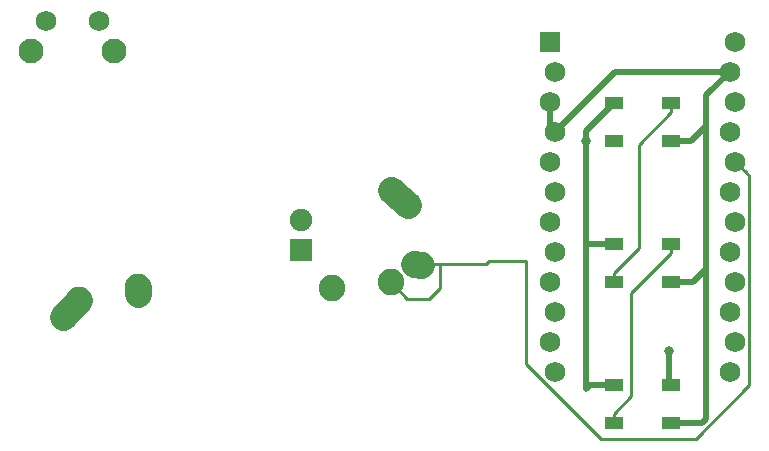
<source format=gbr>
G04 #@! TF.GenerationSoftware,KiCad,Pcbnew,(5.1.4)-1*
G04 #@! TF.CreationDate,2019-12-08T17:57:44-07:00*
G04 #@! TF.ProjectId,BAEmacropad,4241456d-6163-4726-9f70-61642e6b6963,rev?*
G04 #@! TF.SameCoordinates,Original*
G04 #@! TF.FileFunction,Copper,L1,Top*
G04 #@! TF.FilePolarity,Positive*
%FSLAX46Y46*%
G04 Gerber Fmt 4.6, Leading zero omitted, Abs format (unit mm)*
G04 Created by KiCad (PCBNEW (5.1.4)-1) date 2019-12-08 17:57:44*
%MOMM*%
%LPD*%
G04 APERTURE LIST*
%ADD10C,2.100000*%
%ADD11C,1.750000*%
%ADD12C,2.250000*%
%ADD13C,1.905000*%
%ADD14R,1.905000X1.905000*%
%ADD15C,2.250000*%
%ADD16C,1.752600*%
%ADD17R,1.752600X1.752600*%
%ADD18R,1.500000X1.000000*%
%ADD19C,0.800000*%
%ADD20C,0.500000*%
%ADD21C,0.250000*%
G04 APERTURE END LIST*
D10*
X55225000Y-74880000D03*
D11*
X53975000Y-72390000D03*
X49475000Y-72390000D03*
D10*
X48215000Y-74880000D03*
D12*
X73700000Y-94987500D03*
X78700000Y-94487500D03*
D13*
X71120000Y-89217500D03*
D14*
X71120000Y-91757500D03*
D12*
X80200000Y-87987500D03*
X79470004Y-87332495D03*
D15*
X78740000Y-86677500D02*
X80200008Y-87987490D01*
D12*
X81280000Y-93027500D03*
X80990000Y-93007499D03*
D15*
X80700000Y-92987500D02*
X81280000Y-93027498D01*
D12*
X52268750Y-96012500D03*
X51613751Y-96742500D03*
D15*
X50958750Y-97472500D02*
X52268752Y-96012500D01*
D12*
X57308750Y-94932500D03*
X57288750Y-95222500D03*
D15*
X57268750Y-95512500D02*
X57308750Y-94932500D01*
D16*
X107861100Y-74136250D03*
X92621100Y-102076250D03*
X107403900Y-76676250D03*
X107861100Y-79216250D03*
X107403900Y-81756250D03*
X107861100Y-84296250D03*
X107403900Y-86836250D03*
X107861100Y-89376250D03*
X107403900Y-91916250D03*
X107861100Y-94456250D03*
X107403900Y-96996250D03*
X107861100Y-99536250D03*
X107403900Y-102076250D03*
X92163900Y-99536250D03*
X92621100Y-96996250D03*
X92163900Y-94456250D03*
X92621100Y-91916250D03*
X92163900Y-89376250D03*
X92621100Y-86836250D03*
X92163900Y-84296250D03*
X92621100Y-81756250D03*
X92163900Y-79216250D03*
X92621100Y-76676250D03*
D17*
X92163900Y-74136250D03*
D18*
X97562500Y-103175000D03*
X97562500Y-106375000D03*
X102462500Y-103175000D03*
X102462500Y-106375000D03*
X97562500Y-91268750D03*
X97562500Y-94468750D03*
X102462500Y-91268750D03*
X102462500Y-94468750D03*
X97562500Y-79362500D03*
X97562500Y-82562500D03*
X102462500Y-79362500D03*
X102462500Y-82562500D03*
D19*
X95250000Y-82550000D03*
X102235000Y-100330000D03*
D20*
X95250000Y-81675000D02*
X97562500Y-79362500D01*
X95250000Y-82550000D02*
X95250000Y-81675000D01*
X95580000Y-103175000D02*
X97562500Y-103175000D01*
X95250000Y-103505000D02*
X95580000Y-103175000D01*
X95421250Y-91268750D02*
X97562500Y-91268750D01*
X95250000Y-91440000D02*
X95421250Y-91268750D01*
X95250000Y-91440000D02*
X95250000Y-103505000D01*
X95250000Y-82550000D02*
X95250000Y-91440000D01*
D21*
X102462500Y-80112500D02*
X99695000Y-82880000D01*
X102462500Y-79362500D02*
X102462500Y-80112500D01*
X99695000Y-82880000D02*
X99695000Y-91586250D01*
X97562500Y-93718750D02*
X97562500Y-94468750D01*
X99695000Y-91586250D02*
X97562500Y-93718750D01*
D20*
X107403900Y-76676250D02*
X105410000Y-78670150D01*
X105080000Y-106375000D02*
X102462500Y-106375000D01*
X105410000Y-106045000D02*
X105080000Y-106375000D01*
X104286250Y-94468750D02*
X102462500Y-94468750D01*
X105410000Y-93345000D02*
X104286250Y-94468750D01*
X105410000Y-93345000D02*
X105410000Y-106045000D01*
X104127500Y-82562500D02*
X102462500Y-82562500D01*
X105410000Y-81280000D02*
X104127500Y-82562500D01*
X105410000Y-81280000D02*
X105410000Y-93345000D01*
X105410000Y-78670150D02*
X105410000Y-81280000D01*
X92163900Y-81299050D02*
X92621100Y-81756250D01*
X92163900Y-79216250D02*
X92163900Y-81299050D01*
X97701100Y-76676250D02*
X107403900Y-76676250D01*
X92621100Y-81756250D02*
X97701100Y-76676250D01*
D21*
X102462500Y-92018750D02*
X99060000Y-95421250D01*
X102462500Y-91268750D02*
X102462500Y-92018750D01*
X97562500Y-105625000D02*
X97562500Y-106375000D01*
X99060000Y-104127500D02*
X97562500Y-105625000D01*
X99060000Y-95421250D02*
X99060000Y-104127500D01*
D20*
X102235000Y-102947500D02*
X102462500Y-103175000D01*
X102235000Y-100330000D02*
X102235000Y-102947500D01*
D21*
X86774724Y-92987500D02*
X87052224Y-92710000D01*
X87052224Y-92710000D02*
X90170000Y-92710000D01*
X90170000Y-101403076D02*
X96520000Y-107753076D01*
X90170000Y-92710000D02*
X90170000Y-101403076D01*
X96520000Y-107753076D02*
X104515110Y-107753076D01*
X82827500Y-92987500D02*
X86774724Y-92987500D01*
X80700000Y-92987500D02*
X82827500Y-92987500D01*
X80097500Y-95885000D02*
X78700000Y-94487500D01*
X81915000Y-95885000D02*
X80097500Y-95885000D01*
X82827500Y-92987500D02*
X82827500Y-94972500D01*
X82827500Y-94972500D02*
X81915000Y-95885000D01*
X108737399Y-85172549D02*
X107861100Y-84296250D01*
X109062401Y-85497551D02*
X108737399Y-85172549D01*
X109062401Y-103205785D02*
X109062401Y-85497551D01*
X104515110Y-107753076D02*
X109062401Y-103205785D01*
M02*

</source>
